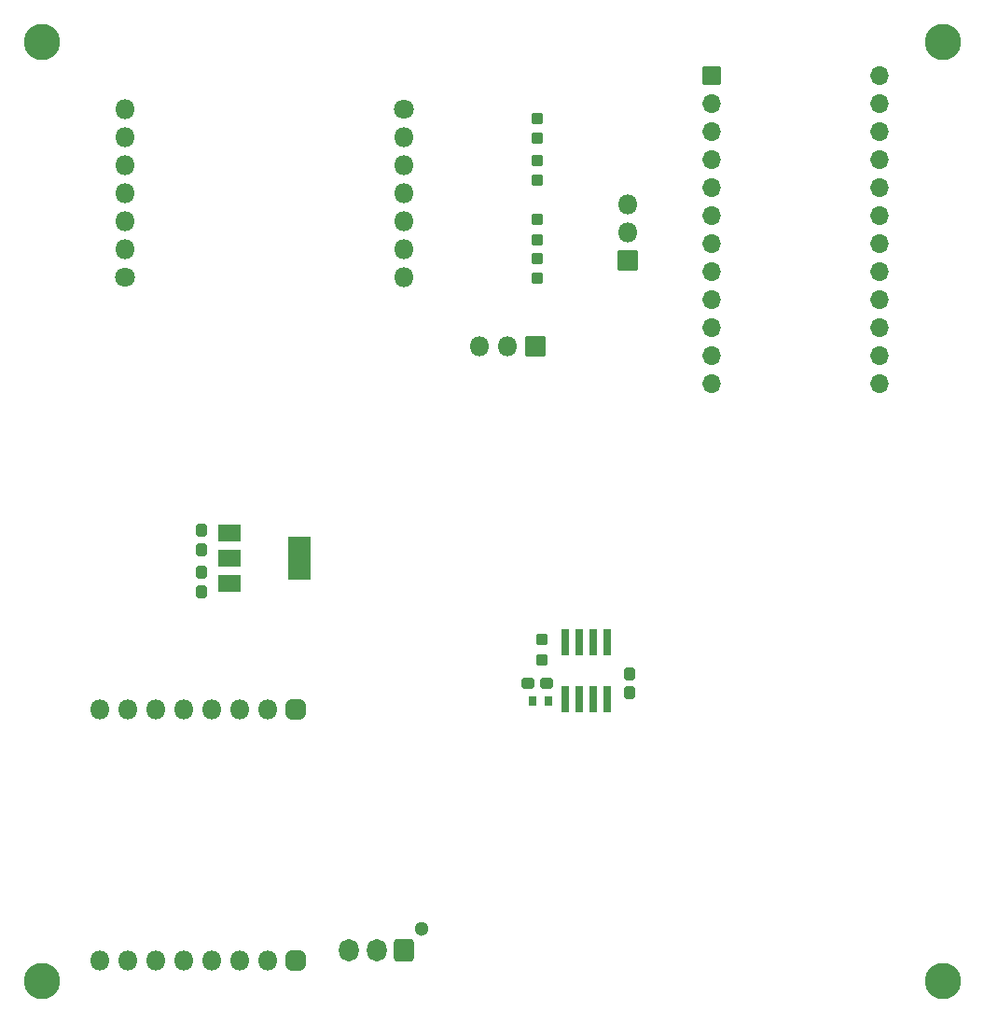
<source format=gbr>
%TF.GenerationSoftware,KiCad,Pcbnew,(6.0.1)*%
%TF.CreationDate,2023-03-02T15:38:04+08:00*%
%TF.ProjectId,Scroller Motor 1,5363726f-6c6c-4657-9220-4d6f746f7220,rev?*%
%TF.SameCoordinates,Original*%
%TF.FileFunction,Soldermask,Top*%
%TF.FilePolarity,Negative*%
%FSLAX46Y46*%
G04 Gerber Fmt 4.6, Leading zero omitted, Abs format (unit mm)*
G04 Created by KiCad (PCBNEW (6.0.1)) date 2023-03-02 15:38:04*
%MOMM*%
%LPD*%
G01*
G04 APERTURE LIST*
G04 Aperture macros list*
%AMRoundRect*
0 Rectangle with rounded corners*
0 $1 Rounding radius*
0 $2 $3 $4 $5 $6 $7 $8 $9 X,Y pos of 4 corners*
0 Add a 4 corners polygon primitive as box body*
4,1,4,$2,$3,$4,$5,$6,$7,$8,$9,$2,$3,0*
0 Add four circle primitives for the rounded corners*
1,1,$1+$1,$2,$3*
1,1,$1+$1,$4,$5*
1,1,$1+$1,$6,$7*
1,1,$1+$1,$8,$9*
0 Add four rect primitives between the rounded corners*
20,1,$1+$1,$2,$3,$4,$5,0*
20,1,$1+$1,$4,$5,$6,$7,0*
20,1,$1+$1,$6,$7,$8,$9,0*
20,1,$1+$1,$8,$9,$2,$3,0*%
G04 Aperture macros list end*
%ADD10RoundRect,0.449500X0.450500X-0.450500X0.450500X0.450500X-0.450500X0.450500X-0.450500X-0.450500X0*%
%ADD11O,1.800000X1.800000*%
%ADD12RoundRect,0.287500X-0.300000X-0.237500X0.300000X-0.237500X0.300000X0.237500X-0.300000X0.237500X0*%
%ADD13RoundRect,0.050000X-0.850000X0.850000X-0.850000X-0.850000X0.850000X-0.850000X0.850000X0.850000X0*%
%ADD14RoundRect,0.050000X0.850000X0.850000X-0.850000X0.850000X-0.850000X-0.850000X0.850000X-0.850000X0*%
%ADD15RoundRect,0.287500X0.237500X-0.300000X0.237500X0.300000X-0.237500X0.300000X-0.237500X-0.300000X0*%
%ADD16C,3.300000*%
%ADD17RoundRect,0.287500X-0.237500X0.250000X-0.237500X-0.250000X0.237500X-0.250000X0.237500X0.250000X0*%
%ADD18RoundRect,0.287500X0.237500X-0.250000X0.237500X0.250000X-0.237500X0.250000X-0.237500X-0.250000X0*%
%ADD19RoundRect,0.050000X0.800000X0.800000X-0.800000X0.800000X-0.800000X-0.800000X0.800000X-0.800000X0*%
%ADD20O,1.700000X1.700000*%
%ADD21C,1.800000*%
%ADD22RoundRect,0.050000X-1.000000X-0.750000X1.000000X-0.750000X1.000000X0.750000X-1.000000X0.750000X0*%
%ADD23RoundRect,0.050000X-1.000000X-1.900000X1.000000X-1.900000X1.000000X1.900000X-1.000000X1.900000X0*%
%ADD24RoundRect,0.050000X-0.300000X-1.100000X0.300000X-1.100000X0.300000X1.100000X-0.300000X1.100000X0*%
%ADD25RoundRect,0.050000X0.300000X0.350000X-0.300000X0.350000X-0.300000X-0.350000X0.300000X-0.350000X0*%
%ADD26C,1.300000*%
%ADD27RoundRect,0.300000X0.600000X0.725000X-0.600000X0.725000X-0.600000X-0.725000X0.600000X-0.725000X0*%
%ADD28O,1.800000X2.050000*%
G04 APERTURE END LIST*
D10*
%TO.C,TMC1*%
X100622893Y-130547107D03*
D11*
X98082893Y-130547107D03*
X95542893Y-130547107D03*
X93002893Y-130547107D03*
X90462893Y-130547107D03*
X87922893Y-130547107D03*
X85382893Y-130547107D03*
X82842893Y-130547107D03*
D10*
X100622893Y-153347107D03*
D11*
X98082893Y-153347107D03*
X95542893Y-153347107D03*
X93002893Y-153347107D03*
X90462893Y-153347107D03*
X87922893Y-153347107D03*
X85382893Y-153347107D03*
X82842893Y-153347107D03*
%TD*%
D12*
%TO.C,C4*%
X121737500Y-128200000D03*
X123462500Y-128200000D03*
%TD*%
D13*
%TO.C,J2*%
X122400000Y-97600000D03*
D11*
X119860000Y-97600000D03*
X117320000Y-97600000D03*
%TD*%
D14*
%TO.C,J3*%
X130800000Y-89800000D03*
D11*
X130800000Y-87260000D03*
X130800000Y-84720000D03*
%TD*%
D15*
%TO.C,C3*%
X131000000Y-129000000D03*
X131000000Y-127275000D03*
%TD*%
%TO.C,C1*%
X92075000Y-119835000D03*
X92075000Y-118110000D03*
%TD*%
D16*
%TO.C,MHole_4*%
X77600000Y-70000000D03*
%TD*%
D17*
%TO.C,RM_1*%
X122555000Y-86082500D03*
X122555000Y-87907500D03*
%TD*%
D16*
%TO.C,MHole_3*%
X77600000Y-155200000D03*
%TD*%
D17*
%TO.C,RS_2*%
X122555000Y-80725000D03*
X122555000Y-82550000D03*
%TD*%
D18*
%TO.C,RT_1*%
X123000000Y-124200000D03*
X123000000Y-126025000D03*
%TD*%
D19*
%TO.C,QMK1*%
X138430000Y-73025000D03*
D20*
X138430000Y-75565000D03*
X138430000Y-78105000D03*
X138430000Y-80645000D03*
X138430000Y-83185000D03*
X138430000Y-85725000D03*
X138430000Y-88265000D03*
X138430000Y-90805000D03*
X138430000Y-93345000D03*
X138430000Y-95885000D03*
X138430000Y-98425000D03*
X138430000Y-100965000D03*
X153670000Y-100965000D03*
X153670000Y-98425000D03*
X153670000Y-95885000D03*
X153670000Y-93345000D03*
X153670000Y-90805000D03*
X153670000Y-88265000D03*
X153670000Y-85725000D03*
X153670000Y-83185000D03*
X153670000Y-80645000D03*
X153670000Y-78105000D03*
X153670000Y-75565000D03*
X153670000Y-73025000D03*
%TD*%
D17*
%TO.C,RM_2*%
X122555000Y-89615000D03*
X122555000Y-91440000D03*
%TD*%
D11*
%TO.C,ESP32*%
X85170500Y-76106000D03*
X85170500Y-78646000D03*
X85170500Y-81186000D03*
X85170500Y-83726000D03*
X85170500Y-86266000D03*
X85170500Y-88806000D03*
D21*
X85170500Y-91346000D03*
X110490000Y-76126000D03*
D11*
X110490000Y-78666000D03*
X110490000Y-81206000D03*
X110490000Y-83746000D03*
X110490000Y-86286000D03*
X110490000Y-88826000D03*
X110490000Y-91366000D03*
%TD*%
D17*
%TO.C,RS_1*%
X122555000Y-76915000D03*
X122555000Y-78740000D03*
%TD*%
D22*
%TO.C,AMS1*%
X94665000Y-114540000D03*
D23*
X100965000Y-116840000D03*
D22*
X94665000Y-116840000D03*
X94665000Y-119140000D03*
%TD*%
D24*
%TO.C,MT6701*%
X125095000Y-129600000D03*
X126365000Y-129600000D03*
X127635000Y-129600000D03*
X128905000Y-129600000D03*
X128905000Y-124400000D03*
X127635000Y-124400000D03*
X126365000Y-124400000D03*
X125095000Y-124400000D03*
%TD*%
D15*
%TO.C,C2*%
X92075000Y-114300000D03*
X92075000Y-116025000D03*
%TD*%
D16*
%TO.C,MHole_2*%
X159400000Y-155200000D03*
%TD*%
%TO.C,MHole_1*%
X159385000Y-70000000D03*
%TD*%
D25*
%TO.C,D1*%
X123600000Y-129800000D03*
X122200000Y-129800000D03*
%TD*%
D26*
%TO.C,J1*%
X112090000Y-150400000D03*
D27*
X110490000Y-152400000D03*
D28*
X107990000Y-152400000D03*
X105490000Y-152400000D03*
%TD*%
M02*

</source>
